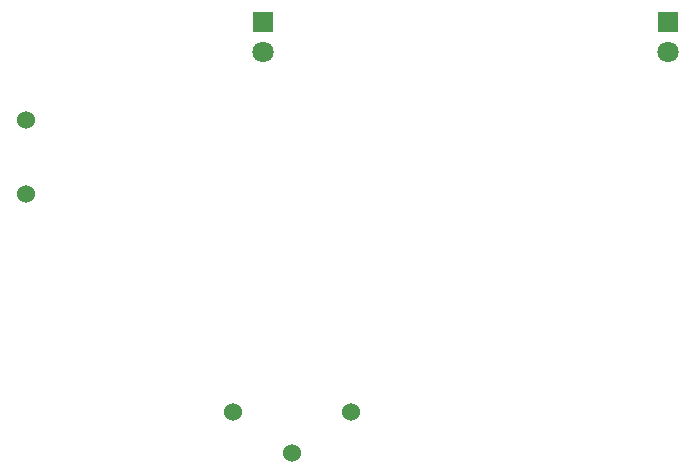
<source format=gbr>
%TF.GenerationSoftware,KiCad,Pcbnew,(5.1.9-0-10_14)*%
%TF.CreationDate,2021-10-18T12:22:06-07:00*%
%TF.ProjectId,pumpkin_pcb_2,70756d70-6b69-46e5-9f70-63625f322e6b,rev?*%
%TF.SameCoordinates,Original*%
%TF.FileFunction,Copper,L1,Top*%
%TF.FilePolarity,Positive*%
%FSLAX46Y46*%
G04 Gerber Fmt 4.6, Leading zero omitted, Abs format (unit mm)*
G04 Created by KiCad (PCBNEW (5.1.9-0-10_14)) date 2021-10-18 12:22:06*
%MOMM*%
%LPD*%
G01*
G04 APERTURE LIST*
%TA.AperFunction,ComponentPad*%
%ADD10C,1.524000*%
%TD*%
%TA.AperFunction,ComponentPad*%
%ADD11C,1.800000*%
%TD*%
%TA.AperFunction,ComponentPad*%
%ADD12R,1.800000X1.800000*%
%TD*%
G04 APERTURE END LIST*
D10*
%TO.P,SW1,*%
%TO.N,*%
X96926400Y-98857600D03*
X96926400Y-92607600D03*
%TD*%
D11*
%TO.P,D2,2*%
%TO.N,Net-(D2-Pad2)*%
X151282400Y-86842600D03*
D12*
%TO.P,D2,1*%
%TO.N,GND*%
X151282400Y-84302600D03*
%TD*%
D11*
%TO.P,D1,2*%
%TO.N,Net-(D1-Pad2)*%
X116992400Y-86842600D03*
D12*
%TO.P,D1,1*%
%TO.N,GND*%
X116992400Y-84302600D03*
%TD*%
D10*
%TO.P,BAT1,POS2*%
%TO.N,VDD*%
X124452400Y-117322600D03*
%TO.P,BAT1,NEG*%
%TO.N,GND*%
X119452400Y-120792601D03*
%TO.P,BAT1,POS1*%
%TO.N,VDD*%
X114452400Y-117322600D03*
%TD*%
M02*

</source>
